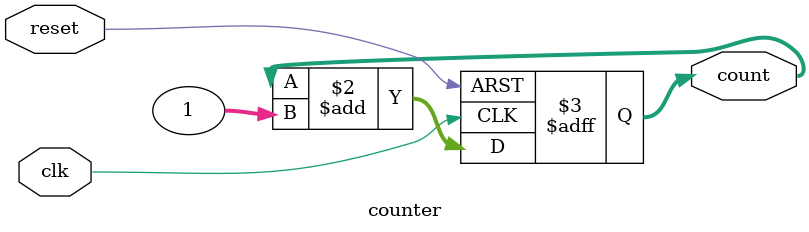
<source format=v>
module counter (
    input wire clk,
    input wire reset,
    output reg [63:0] count
);

    always @(posedge clk or posedge reset) begin
        if (reset) begin
            count <= 64'b0;
        end else begin
            count <= count + 1;
        end
    end

endmodule
</source>
